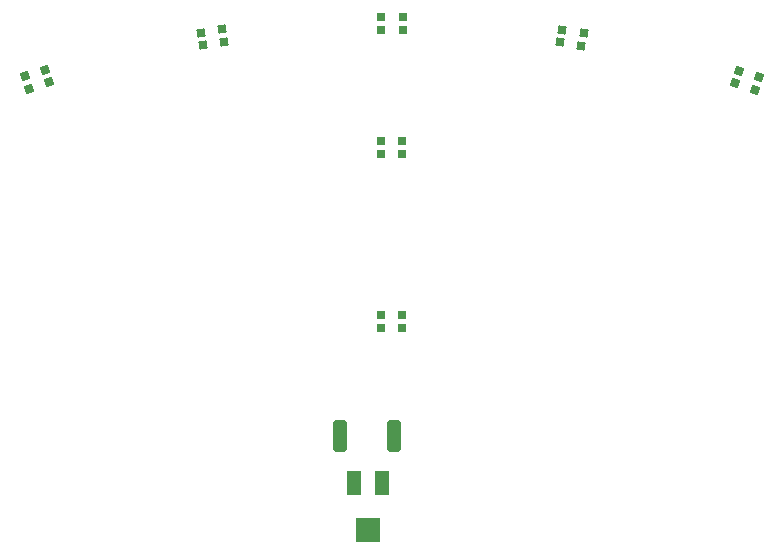
<source format=gbr>
%TF.GenerationSoftware,KiCad,Pcbnew,7.0.9*%
%TF.CreationDate,2024-12-17T15:03:35+09:00*%
%TF.ProjectId,line_side_robot2,6c696e65-5f73-4696-9465-5f726f626f74,rev?*%
%TF.SameCoordinates,Original*%
%TF.FileFunction,Paste,Top*%
%TF.FilePolarity,Positive*%
%FSLAX46Y46*%
G04 Gerber Fmt 4.6, Leading zero omitted, Abs format (unit mm)*
G04 Created by KiCad (PCBNEW 7.0.9) date 2024-12-17 15:03:35*
%MOMM*%
%LPD*%
G01*
G04 APERTURE LIST*
G04 Aperture macros list*
%AMRoundRect*
0 Rectangle with rounded corners*
0 $1 Rounding radius*
0 $2 $3 $4 $5 $6 $7 $8 $9 X,Y pos of 4 corners*
0 Add a 4 corners polygon primitive as box body*
4,1,4,$2,$3,$4,$5,$6,$7,$8,$9,$2,$3,0*
0 Add four circle primitives for the rounded corners*
1,1,$1+$1,$2,$3*
1,1,$1+$1,$4,$5*
1,1,$1+$1,$6,$7*
1,1,$1+$1,$8,$9*
0 Add four rect primitives between the rounded corners*
20,1,$1+$1,$2,$3,$4,$5,0*
20,1,$1+$1,$4,$5,$6,$7,0*
20,1,$1+$1,$6,$7,$8,$9,0*
20,1,$1+$1,$8,$9,$2,$3,0*%
%AMRotRect*
0 Rectangle, with rotation*
0 The origin of the aperture is its center*
0 $1 length*
0 $2 width*
0 $3 Rotation angle, in degrees counterclockwise*
0 Add horizontal line*
21,1,$1,$2,0,0,$3*%
G04 Aperture macros list end*
%ADD10RotRect,0.700000X0.700000X351.000000*%
%ADD11RotRect,0.700000X0.700000X342.000000*%
%ADD12RotRect,0.700000X0.700000X9.000000*%
%ADD13RoundRect,0.250000X0.362500X1.075000X-0.362500X1.075000X-0.362500X-1.075000X0.362500X-1.075000X0*%
%ADD14RotRect,0.700000X0.700000X18.000000*%
%ADD15R,1.300000X2.000000*%
%ADD16R,2.000000X2.000000*%
%ADD17R,0.700000X0.700000*%
G04 APERTURE END LIST*
D10*
%TO.C,D2*%
X195634431Y-33788168D03*
X195462353Y-34874625D03*
X197269823Y-35160900D03*
X197441901Y-34074443D03*
%TD*%
D11*
%TO.C,D1*%
X210596593Y-37249548D03*
X210256674Y-38295711D03*
X211997107Y-38861212D03*
X212337026Y-37815049D03*
%TD*%
D12*
%TO.C,D4*%
X165015513Y-34041593D03*
X165187591Y-35128050D03*
X166995061Y-34841775D03*
X166822983Y-33755318D03*
%TD*%
D13*
%TO.C,R1*%
X181437500Y-68200000D03*
X176812500Y-68200000D03*
%TD*%
D14*
%TO.C,D6*%
X150112696Y-37750159D03*
X150452615Y-38796322D03*
X152193048Y-38230821D03*
X151853129Y-37184658D03*
%TD*%
D15*
%TO.C,RV1*%
X178050000Y-72150000D03*
D16*
X179200000Y-76150000D03*
D15*
X180350000Y-72150000D03*
%TD*%
D17*
%TO.C,D4*%
X180260000Y-43235000D03*
X180260000Y-44335000D03*
X182090000Y-44335000D03*
X182090000Y-43235000D03*
%TD*%
%TO.C,D5*%
X180275000Y-57910000D03*
X180275000Y-59010000D03*
X182105000Y-59010000D03*
X182105000Y-57910000D03*
%TD*%
%TO.C,D3*%
X180315000Y-32710000D03*
X180315000Y-33810000D03*
X182145000Y-33810000D03*
X182145000Y-32710000D03*
%TD*%
M02*

</source>
